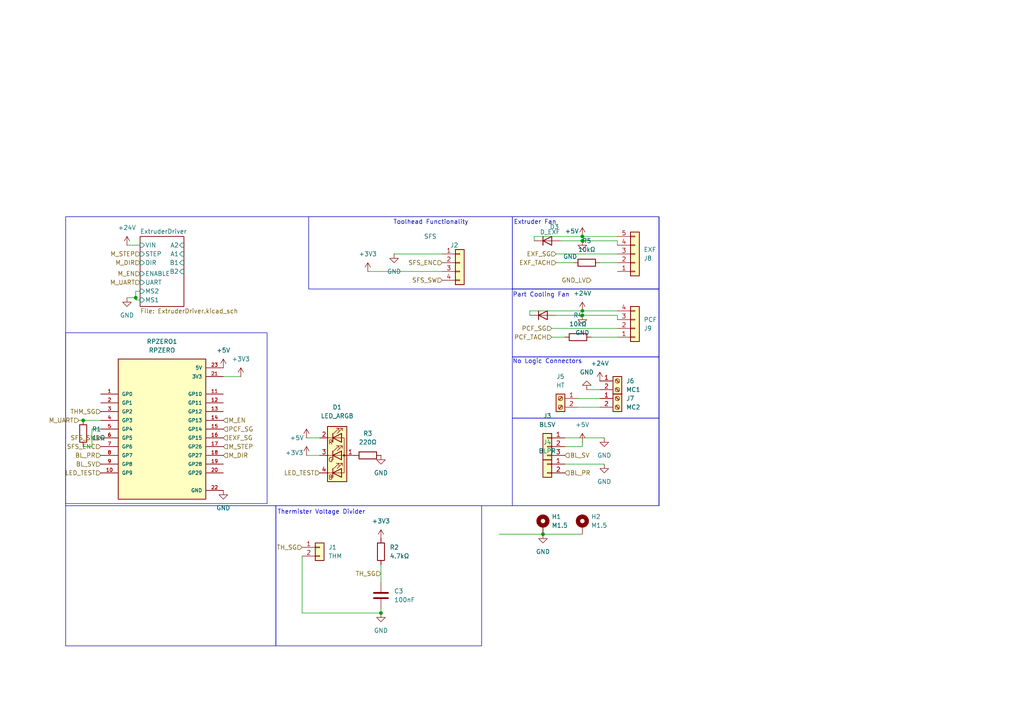
<source format=kicad_sch>
(kicad_sch (version 20250114) (generator "eeschema") (generator_version "9.0")
  (paper "A4")
  (lib_symbols
    (symbol "Connector:Screw_Terminal_01x02" (pin_names (offset 1.016) (hide yes))
      (property "Reference" "J" (at 0 2.54 0))
      (property "Value" "Screw_Terminal_01x02" (at 0 -5.08 0))
      (symbol "Screw_Terminal_01x02_1_1"
        (rectangle (start -1.27 1.27) (end 1.27 -3.81) (stroke (width 0.254)) (fill (type background)))
        (polyline (pts (xy -0.5334 0.3302) (xy 0.3302 -0.508)) (stroke (width 0.1524)))
        (polyline (pts (xy -0.5334 -2.2098) (xy 0.3302 -3.048)) (stroke (width 0.1524)))
        (polyline (pts (xy -0.3556 0.508) (xy 0.508 -0.3302)) (stroke (width 0.1524)))
        (polyline (pts (xy -0.3556 -2.032) (xy 0.508 -2.8702)) (stroke (width 0.1524)))
        (circle (center 0 0) (radius 0.635) (stroke (width 0.1524)))
        (circle (center 0 -2.54) (radius 0.635) (stroke (width 0.1524)))
        (pin passive line (at -5.08 0 0) (length 3.81) (name "Pin_1") (number "1"))
        (pin passive line (at -5.08 -2.54 0) (length 3.81) (name "Pin_2") (number "2"))
      )
    )
    (symbol "Connector_Generic:Conn_01x02" (pin_names (offset 1.016) (hide yes))
      (property "Reference" "J" (at 0 2.54 0))
      (property "Value" "Conn_01x02" (at 0 -5.08 0))
      (symbol "Conn_01x02_1_1"
        (rectangle (start -1.27 1.27) (end 1.27 -3.81) (stroke (width 0.254)) (fill (type background)))
        (rectangle (start -1.27 0.127) (end 0 -0.127) (stroke (width 0.1524)))
        (rectangle (start -1.27 -2.413) (end 0 -2.667) (stroke (width 0.1524)))
        (pin passive line (at -5.08 0 0) (length 3.81) (name "Pin_1") (number "1"))
        (pin passive line (at -5.08 -2.54 0) (length 3.81) (name "Pin_2") (number "2"))
      )
    )
    (symbol "Connector_Generic:Conn_01x03" (pin_names (offset 1.016) (hide yes))
      (property "Reference" "J" (at 0 5.08 0))
      (property "Value" "Conn_01x03" (at 0 -5.08 0))
      (symbol "Conn_01x03_1_1"
        (rectangle (start -1.27 3.81) (end 1.27 -3.81) (stroke (width 0.254)) (fill (type background)))
        (rectangle (start -1.27 2.667) (end 0 2.413) (stroke (width 0.1524)))
        (rectangle (start -1.27 0.127) (end 0 -0.127) (stroke (width 0.1524)))
        (rectangle (start -1.27 -2.413) (end 0 -2.667) (stroke (width 0.1524)))
        (pin passive line (at -5.08 2.54 0) (length 3.81) (name "Pin_1") (number "1"))
        (pin passive line (at -5.08 0 0) (length 3.81) (name "Pin_2") (number "2"))
        (pin passive line (at -5.08 -2.54 0) (length 3.81) (name "Pin_3") (number "3"))
      )
    )
    (symbol "Connector_Generic:Conn_01x04" (pin_names (offset 1.016) (hide yes))
      (property "Reference" "J" (at 0 5.08 0))
      (property "Value" "Conn_01x04" (at 0 -7.62 0))
      (symbol "Conn_01x04_1_1"
        (rectangle (start -1.27 3.81) (end 1.27 -6.35) (stroke (width 0.254)) (fill (type background)))
        (rectangle (start -1.27 2.667) (end 0 2.413) (stroke (width 0.1524)))
        (rectangle (start -1.27 0.127) (end 0 -0.127) (stroke (width 0.1524)))
        (rectangle (start -1.27 -2.413) (end 0 -2.667) (stroke (width 0.1524)))
        (rectangle (start -1.27 -4.953) (end 0 -5.207) (stroke (width 0.1524)))
        (pin passive line (at -5.08 2.54 0) (length 3.81) (name "Pin_1") (number "1"))
        (pin passive line (at -5.08 0 0) (length 3.81) (name "Pin_2") (number "2"))
        (pin passive line (at -5.08 -2.54 0) (length 3.81) (name "Pin_3") (number "3"))
        (pin passive line (at -5.08 -5.08 0) (length 3.81) (name "Pin_4") (number "4"))
      )
    )
    (symbol "Connector_Generic:Conn_01x05" (pin_names (offset 1.016) (hide yes))
      (property "Reference" "J" (at 0 7.62 0))
      (property "Value" "Conn_01x05" (at 0 -7.62 0))
      (symbol "Conn_01x05_1_1"
        (rectangle (start -1.27 6.35) (end 1.27 -6.35) (stroke (width 0.254)) (fill (type background)))
        (rectangle (start -1.27 5.207) (end 0 4.953) (stroke (width 0.1524)))
        (rectangle (start -1.27 2.667) (end 0 2.413) (stroke (width 0.1524)))
        (rectangle (start -1.27 0.127) (end 0 -0.127) (stroke (width 0.1524)))
        (rectangle (start -1.27 -2.413) (end 0 -2.667) (stroke (width 0.1524)))
        (rectangle (start -1.27 -4.953) (end 0 -5.207) (stroke (width 0.1524)))
        (pin passive line (at -5.08 5.08 0) (length 3.81) (name "Pin_1") (number "1"))
        (pin passive line (at -5.08 2.54 0) (length 3.81) (name "Pin_2") (number "2"))
        (pin passive line (at -5.08 0 0) (length 3.81) (name "Pin_3") (number "3"))
        (pin passive line (at -5.08 -2.54 0) (length 3.81) (name "Pin_4") (number "4"))
        (pin passive line (at -5.08 -5.08 0) (length 3.81) (name "Pin_5") (number "5"))
      )
    )
    (symbol "Device:C" (pin_numbers (hide yes)) (pin_names (offset 0.254))
      (property "Reference" "C" (at 0.635 2.54 0))
      (property "Value" "C" (at 0.635 -2.54 0))
      (symbol "C_0_1"
        (polyline (pts (xy -2.032 0.762) (xy 2.032 0.762)) (stroke (width 0.508)))
        (polyline (pts (xy -2.032 -0.762) (xy 2.032 -0.762)) (stroke (width 0.508)))
      )
      (symbol "C_1_1"
        (pin passive line (at 0 3.81 270) (length 2.794) (name "~") (number "1"))
        (pin passive line (at 0 -3.81 90) (length 2.794) (name "~") (number "2"))
      )
    )
    (symbol "Device:D" (pin_numbers (hide yes)) (pin_names (offset 1.016) (hide yes))
      (property "Reference" "D" (at 0 2.54 0))
      (property "Value" "D" (at 0 -2.54 0))
      (symbol "D_0_1"
        (polyline (pts (xy -1.27 1.27) (xy -1.27 -1.27)) (stroke (width 0.254)))
        (polyline (pts (xy 1.27 1.27) (xy 1.27 -1.27) (xy -1.27 0) (xy 1.27 1.27)) (stroke (width 0.254)))
        (polyline (pts (xy 1.27 0) (xy -1.27 0)))
      )
      (symbol "D_1_1"
        (pin passive line (at -3.81 0 0) (length 2.54) (name "K") (number "1"))
        (pin passive line (at 3.81 0 180) (length 2.54) (name "A") (number "2"))
      )
    )
    (symbol "Device:LED_ARGB" (pin_names (offset 0) (hide yes))
      (property "Reference" "D" (at 0 9.398 0))
      (property "Value" "LED_ARGB" (at 0 -8.89 0))
      (symbol "LED_ARGB_0_0"
        (text "R" (at -1.905 3.81 0) (effects (font (size 1.27 1.27))))
        (text "G" (at -1.905 -1.27 0) (effects (font (size 1.27 1.27))))
        (text "B" (at -1.905 -6.35 0) (effects (font (size 1.27 1.27))))
      )
      (symbol "LED_ARGB_0_1"
        (polyline (pts (xy -1.27 6.35) (xy -1.27 3.81)) (stroke (width 0.254)))
        (polyline (pts (xy -1.27 6.35) (xy -1.27 3.81) (xy -1.27 3.81)))
        (polyline (pts (xy -1.27 5.08) (xy -2.54 5.08)))
        (polyline (pts (xy -1.27 5.08) (xy 1.27 5.08)))
        (polyline (pts (xy -1.27 1.27) (xy -1.27 -1.27)) (stroke (width 0.254)))
        (polyline (pts (xy -1.27 1.27) (xy -1.27 -1.27) (xy -1.27 -1.27)))
        (polyline (pts (xy -1.27 0) (xy -2.54 0)))
        (polyline (pts (xy -1.27 -3.81) (xy -1.27 -6.35)) (stroke (width 0.254)))
        (polyline (pts (xy -1.27 -5.08) (xy -2.54 -5.08)))
        (polyline (pts (xy -1.27 -5.08) (xy 1.27 -5.08)))
        (polyline (pts (xy -1.016 6.35) (xy 0.508 7.874) (xy -0.254 7.874) (xy 0.508 7.874) (xy 0.508 7.112)))
        (polyline (pts (xy -1.016 1.27) (xy 0.508 2.794) (xy -0.254 2.794) (xy 0.508 2.794) (xy 0.508 2.032)))
        (polyline (pts (xy -1.016 -3.81) (xy 0.508 -2.286) (xy -0.254 -2.286) (xy 0.508 -2.286) (xy 0.508 -3.048)))
        (polyline (pts (xy 0 6.35) (xy 1.524 7.874) (xy 0.762 7.874) (xy 1.524 7.874) (xy 1.524 7.112)))
        (polyline (pts (xy 0 1.27) (xy 1.524 2.794) (xy 0.762 2.794) (xy 1.524 2.794) (xy 1.524 2.032)))
        (polyline (pts (xy 0 -3.81) (xy 1.524 -2.286) (xy 0.762 -2.286) (xy 1.524 -2.286) (xy 1.524 -3.048)))
        (polyline (pts (xy 1.27 6.35) (xy 1.27 3.81) (xy -1.27 5.08) (xy 1.27 6.35)) (stroke (width 0.254)))
        (rectangle (start 1.27 6.35) (end 1.27 6.35))
        (rectangle (start 1.27 3.81) (end 1.27 6.35))
        (polyline (pts (xy 1.27 1.27) (xy 1.27 -1.27) (xy -1.27 0) (xy 1.27 1.27)) (stroke (width 0.254)))
        (rectangle (start 1.27 1.27) (end 1.27 1.27))
        (polyline (pts (xy 1.27 0) (xy -1.27 0)))
        (polyline (pts (xy 1.27 0) (xy 2.54 0)))
        (rectangle (start 1.27 -1.27) (end 1.27 1.27))
        (polyline (pts (xy 1.27 -3.81) (xy 1.27 -6.35) (xy -1.27 -5.08) (xy 1.27 -3.81)) (stroke (width 0.254)))
        (polyline (pts (xy 1.27 -5.08) (xy 2.032 -5.08) (xy 2.032 5.08) (xy 1.27 5.08)))
        (circle (center 2.032 0) (radius 0.254) (fill (type outline)))
        (rectangle (start 2.794 8.382) (end -2.794 -7.62) (stroke (width 0.254)) (fill (type background)))
      )
      (symbol "LED_ARGB_1_1"
        (pin passive line (at -5.08 5.08 0) (length 2.54) (name "RK") (number "2"))
        (pin passive line (at -5.08 0 0) (length 2.54) (name "GK") (number "3"))
        (pin passive line (at -5.08 -5.08 0) (length 2.54) (name "BK") (number "4"))
        (pin passive line (at 5.08 0 180) (length 2.54) (name "A") (number "1"))
      )
    )
    (symbol "Device:R" (pin_numbers (hide yes)) (pin_names (offset 0))
      (property "Reference" "R" (at 2.032 0 90))
      (property "Value" "R" (at 0 0 90))
      (symbol "R_0_1"
        (rectangle (start -1.016 -2.54) (end 1.016 2.54) (stroke (width 0.254)))
      )
      (symbol "R_1_1"
        (pin passive line (at 0 3.81 270) (length 1.27) (name "~") (number "1"))
        (pin passive line (at 0 -3.81 90) (length 1.27) (name "~") (number "2"))
      )
    )
    (symbol "Mechanical:MountingHole_Pad" (pin_numbers (hide yes)) (pin_names (offset 1.016) (hide yes)) (exclude_from_sim yes) (in_bom no)
      (property "Reference" "H" (at 0 6.35 0))
      (property "Value" "MountingHole_Pad" (at 0 4.445 0))
      (symbol "MountingHole_Pad_0_1"
        (circle (center 0 1.27) (radius 1.27) (stroke (width 1.27)))
      )
      (symbol "MountingHole_Pad_1_1"
        (pin input line (at 0 -2.54 90) (length 2.54) (name "1") (number "1"))
      )
    )
    (symbol "RP2040-ZERO:RP2040-ZERO" (pin_names (offset 1.016))
      (property "Reference" "U" (at -12.7 21.082 0))
      (property "Value" "RP2040-ZERO" (at -12.7 -22.86 0))
      (symbol "RP2040-ZERO_0_0"
        (rectangle (start -12.7 -20.32) (end 12.7 20.32) (stroke (width 0.254)) (fill (type background)))
        (pin bidirectional line (at -17.78 10.16 0) (length 5.08) (name "GP0") (number "1"))
        (pin bidirectional line (at -17.78 7.62 0) (length 5.08) (name "GP1") (number "2"))
        (pin bidirectional line (at -17.78 5.08 0) (length 5.08) (name "GP2") (number "3"))
        (pin bidirectional line (at -17.78 2.54 0) (length 5.08) (name "GP3") (number "4"))
        (pin bidirectional line (at -17.78 0 0) (length 5.08) (name "GP4") (number "5"))
        (pin bidirectional line (at -17.78 -2.54 0) (length 5.08) (name "GP5") (number "6"))
        (pin bidirectional line (at -17.78 -5.08 0) (length 5.08) (name "GP6") (number "7"))
        (pin bidirectional line (at -17.78 -7.62 0) (length 5.08) (name "GP7") (number "8"))
        (pin bidirectional line (at -17.78 -10.16 0) (length 5.08) (name "GP8") (number "9"))
        (pin bidirectional line (at -17.78 -12.7 0) (length 5.08) (name "GP9") (number "10"))
        (pin power_in line (at 17.78 17.78 180) (length 5.08) (name "5V") (number "23"))
        (pin power_in line (at 17.78 15.24 180) (length 5.08) (name "3V3") (number "21"))
        (pin bidirectional line (at 17.78 10.16 180) (length 5.08) (name "GP10") (number "11"))
        (pin bidirectional line (at 17.78 7.62 180) (length 5.08) (name "GP11") (number "12"))
        (pin bidirectional line (at 17.78 5.08 180) (length 5.08) (name "GP12") (number "13"))
        (pin bidirectional line (at 17.78 2.54 180) (length 5.08) (name "GP13") (number "14"))
        (pin bidirectional line (at 17.78 0 180) (length 5.08) (name "GP14") (number "15"))
        (pin bidirectional line (at 17.78 -2.54 180) (length 5.08) (name "GP15") (number "16"))
        (pin bidirectional line (at 17.78 -5.08 180) (length 5.08) (name "GP26") (number "17"))
        (pin bidirectional line (at 17.78 -7.62 180) (length 5.08) (name "GP27") (number "18"))
        (pin bidirectional line (at 17.78 -10.16 180) (length 5.08) (name "GP28") (number "19"))
        (pin bidirectional line (at 17.78 -12.7 180) (length 5.08) (name "GP29") (number "20"))
        (pin power_in line (at 17.78 -17.78 180) (length 5.08) (name "GND") (number "22"))
      )
    )
    (symbol "power:+24V" (power) (pin_numbers (hide yes)) (pin_names (offset 0) (hide yes))
      (property "Value" "+24V" (at 0 3.556 0))
      (symbol "+24V_0_1"
        (polyline (pts (xy -0.762 1.27) (xy 0 2.54)))
        (polyline (pts (xy 0 2.54) (xy 0.762 1.27)))
        (polyline (pts (xy 0 0) (xy 0 2.54)))
      )
      (symbol "+24V_1_1"
        (pin power_in line (at 0 0 90) (length 0) (name "~") (number "1"))
      )
    )
    (symbol "power:+3V3" (power) (pin_numbers (hide yes)) (pin_names (offset 0) (hide yes))
      (property "Value" "+3V3" (at 0 3.556 0))
      (symbol "+3V3_0_1"
        (polyline (pts (xy -0.762 1.27) (xy 0 2.54)))
        (polyline (pts (xy 0 2.54) (xy 0.762 1.27)))
        (polyline (pts (xy 0 0) (xy 0 2.54)))
      )
      (symbol "+3V3_1_1"
        (pin power_in line (at 0 0 90) (length 0) (name "~") (number "1"))
      )
    )
    (symbol "power:+5V" (power) (pin_numbers (hide yes)) (pin_names (offset 0) (hide yes))
      (property "Value" "+5V" (at 0 3.556 0))
      (symbol "+5V_0_1"
        (polyline (pts (xy -0.762 1.27) (xy 0 2.54)))
        (polyline (pts (xy 0 2.54) (xy 0.762 1.27)))
        (polyline (pts (xy 0 0) (xy 0 2.54)))
      )
      (symbol "+5V_1_1"
        (pin power_in line (at 0 0 90) (length 0) (name "~") (number "1"))
      )
    )
    (symbol "power:GND" (power) (pin_numbers (hide yes)) (pin_names (offset 0) (hide yes))
      (property "Value" "GND" (at 0 -3.81 0))
      (symbol "GND_0_1"
        (polyline (pts (xy 0 0) (xy 0 -1.27) (xy 1.27 -1.27) (xy 0 -2.54) (xy -1.27 -1.27) (xy 0 -1.27)))
      )
      (symbol "GND_1_1"
        (pin power_in line (at 0 0 270) (length 0) (name "~") (number "1"))
      )
    )
  )
  (rectangle (start 19.05 146.685) (end 80.01 187.325))
  (rectangle (start 148.59 103.505) (end 191.135 121.285))
  (rectangle (start 89.535 62.865) (end 148.59 83.82))
  (rectangle (start 19.05 96.52) (end 77.47 146.05))
  (rectangle (start 148.59 62.865) (end 191.135 83.82))
  (rectangle (start 80.01 146.685) (end 139.7 187.325))
  (rectangle (start 19.05 62.865) (end 191.135 146.685))
  (rectangle (start 148.59 121.285) (end 191.135 146.685))
  (rectangle (start 148.59 83.82) (end 191.135 103.505))
  (text "No Logic Connectors" (at 158.75 104.902 0) (effects (font (size 1.27 1.27))))
  (text "Thermister Voltage Divider" (at 93.218 148.59 0) (effects (font (size 1.27 1.27))))
  (text "Part Cooling Fan" (at 156.972 85.598 0) (effects (font (size 1.27 1.27))))
  (text "Extruder Fan\n" (at 155.194 64.516 0) (effects (font (size 1.27 1.27))))
  (text "Toolhead Functionality\n" (at 124.968 64.516 0) (effects (font (size 1.27 1.27))))
  (junction (at 168.91 91.44))
  (junction (at 168.91 90.17))
  (junction (at 39.37 86.36))
  (junction (at 157.48 154.94))
  (junction (at 24.13 121.92))
  (junction (at 168.91 69.85))
  (junction (at 110.49 177.8))
  (junction (at 168.91 68.58))
  (wire (pts (xy 144.78 154.94) (xy 157.48 154.94)))
  (wire (pts (xy 168.91 91.44) (xy 179.07 91.44)))
  (wire (pts (xy 114.3 73.66) (xy 128.27 73.66)))
  (wire (pts (xy 170.18 113.03) (xy 173.99 113.03)))
  (wire (pts (xy 39.37 86.995) (xy 40.64 86.995)))
  (wire (pts (xy 179.07 91.44) (xy 179.07 92.71)))
  (wire (pts (xy 175.26 127) (xy 163.83 127)))
  (wire (pts (xy 162.56 69.85) (xy 168.91 69.85)))
  (wire (pts (xy 24.13 129.54) (xy 26.67 129.54)))
  (wire (pts (xy 153.67 90.17) (xy 153.67 91.44)))
  (wire (pts (xy 39.37 86.36) (xy 39.37 86.995)))
  (wire (pts (xy 171.45 97.79) (xy 179.07 97.79)))
  (wire (pts (xy 39.37 84.455) (xy 40.64 84.455)))
  (wire (pts (xy 88.9 127) (xy 92.71 127)))
  (wire (pts (xy 160.02 97.79) (xy 163.83 97.79)))
  (wire (pts (xy 69.85 109.22) (xy 64.77 109.22)))
  (wire (pts (xy 168.91 68.58) (xy 179.07 68.58)))
  (wire (pts (xy 175.26 134.62) (xy 163.83 134.62)))
  (wire (pts (xy 168.91 90.17) (xy 153.67 90.17)))
  (wire (pts (xy 87.63 177.8) (xy 110.49 177.8)))
  (wire (pts (xy 36.83 71.12) (xy 40.64 71.12)))
  (wire (pts (xy 173.99 76.2) (xy 179.07 76.2)))
  (wire (pts (xy 157.48 154.94) (xy 168.91 154.94)))
  (wire (pts (xy 161.29 73.66) (xy 179.07 73.66)))
  (wire (pts (xy 168.91 69.85) (xy 179.07 69.85)))
  (wire (pts (xy 179.07 69.85) (xy 179.07 71.12)))
  (wire (pts (xy 36.83 86.36) (xy 39.37 86.36)))
  (wire (pts (xy 24.13 121.92) (xy 29.21 121.92)))
  (wire (pts (xy 168.91 68.58) (xy 154.94 68.58)))
  (wire (pts (xy 39.37 84.455) (xy 39.37 86.36)))
  (wire (pts (xy 167.64 115.57) (xy 173.99 115.57)))
  (wire (pts (xy 26.67 124.46) (xy 29.21 124.46)))
  (wire (pts (xy 161.29 76.2) (xy 166.37 76.2)))
  (wire (pts (xy 154.94 68.58) (xy 154.94 69.85)))
  (wire (pts (xy 88.9 132.08) (xy 92.71 132.08)))
  (wire (pts (xy 161.29 91.44) (xy 168.91 91.44)))
  (wire (pts (xy 24.13 121.92) (xy 22.86 121.92)))
  (wire (pts (xy 106.68 78.74) (xy 128.27 78.74)))
  (wire (pts (xy 160.02 95.25) (xy 179.07 95.25)))
  (wire (pts (xy 168.91 90.17) (xy 179.07 90.17)))
  (wire (pts (xy 167.64 118.11) (xy 173.99 118.11)))
  (wire (pts (xy 26.67 129.54) (xy 26.67 124.46)))
  (wire (pts (xy 87.63 161.29) (xy 87.63 177.8)))
  (wire (pts (xy 168.91 128.27) (xy 168.91 129.54)))
  (wire (pts (xy 168.91 129.54) (xy 163.83 129.54)))
  (wire (pts (xy 110.49 176.53) (xy 110.49 177.8)))
  (wire (pts (xy 110.49 163.83) (xy 110.49 168.91)))
  (hierarchical_label "M_DIR" (shape input) (at 64.77 132.08 0))
  (hierarchical_label "EXF_SG" (shape input) (at 161.29 73.66 180))
  (hierarchical_label "M_DIR" (shape input) (at 40.64 76.2 180))
  (hierarchical_label "EXF_SG" (shape input) (at 64.77 127 0))
  (hierarchical_label "LED_TEST" (shape input) (at 29.21 137.16 180))
  (hierarchical_label "EXF_TACH" (shape input) (at 161.29 76.2 180))
  (hierarchical_label "M_UART" (shape input) (at 22.86 121.92 180))
  (hierarchical_label "PCF_TACH" (shape input) (at 160.02 97.79 180))
  (hierarchical_label "M_EN" (shape input) (at 40.64 79.375 180))
  (hierarchical_label "M_STEP" (shape input) (at 64.77 129.54 0))
  (hierarchical_label "BL_PR" (shape input) (at 29.21 132.08 180))
  (hierarchical_label "TH_SG" (shape input) (at 87.63 158.75 180))
  (hierarchical_label "TH_SG" (shape input) (at 110.49 166.37 180))
  (hierarchical_label "M_EN" (shape input) (at 64.77 121.92 0))
  (hierarchical_label "SFS_ENC" (shape input) (at 128.27 76.2 180))
  (hierarchical_label "SFS_SW" (shape input) (at 128.27 81.28 180))
  (hierarchical_label "M_STEP" (shape input) (at 40.64 73.66 180))
  (hierarchical_label "SFS_ENC" (shape input) (at 29.21 129.54 180))
  (hierarchical_label "BL_SV" (shape input) (at 163.83 132.08 0))
  (hierarchical_label "THM_SG" (shape input) (at 29.21 119.38 180))
  (hierarchical_label "M_UART" (shape input) (at 40.64 81.915 180))
  (hierarchical_label "SFS_SW" (shape input) (at 29.21 127 180))
  (hierarchical_label "PCF_SG" (shape input) (at 64.77 124.46 0))
  (hierarchical_label "LED_TEST" (shape input) (at 92.71 137.16 180))
  (hierarchical_label "PCF_SG" (shape input) (at 160.02 95.25 180))
  (hierarchical_label "BL_PR" (shape input) (at 163.83 137.16 0))
  (hierarchical_label "BL_SV" (shape input) (at 29.21 134.62 180))
  (hierarchical_label "GND_LV" (shape input) (at 171.45 81.28 180))
  (symbol (lib_id "Device:R") (at 24.13 125.73 0) (unit 1)
    (property "Reference" "R1" (at 26.67 124.4599 0) (effects (justify left)))
    (property "Value" "1kΩ" (at 26.67 126.9999 0) (effects (justify left)))
    (property "Footprint" "Resistor_THT:R_Axial_DIN0207_L6.3mm_D2.5mm_P10.16mm_Horizontal" (effects (hide yes)))
    (property "Description" "Resistor" (effects (hide yes)))
  )
  (symbol (lib_id "Connector_Generic:Conn_01x04") (at 184.15 95.25 0) (mirror x) (unit 1)
    (property "Reference" "J9" (at 186.69 95.2501 0) (effects (justify left)))
    (property "Value" "PCF" (at 186.69 92.7101 0) (effects (justify left)))
    (property "Footprint" "Connector_JST:JST_XH_B4B-XH-A_1x04_P2.50mm_Vertical" (effects (hide yes)))
    (property "Description" "Generic connector, single row, 01x04, script generated (kicad-library-utils/schlib/autogen/connector/)" (effects (hide yes)))
  )
  (symbol (lib_id "Device:D") (at 158.75 69.85 0) (unit 1)
    (property "Reference" "D3" (at 160.782 65.786 0))
    (property "Value" "D_EXF" (at 159.512 67.31 0))
    (property "Footprint" "OpenA1K:Diode" (effects (hide yes)))
    (property "Description" "Diode" (effects (hide yes)))
    (property "Sim.Device" "D" (effects (hide yes)))
    (property "Sim.Pins" "1=K 2=A" (effects (hide yes)))
  )
  (symbol (lib_id "power:GND") (at 168.91 91.44 0) (unit 1)
    (property "Reference" "#PWR017" (effects (hide yes)))
    (property "Value" "GND" (at 168.91 96.52 0))
    (property "Description" "Power symbol creates a global label with name \"GND\" , ground" (effects (hide yes)))
  )
  (symbol (lib_id "power:+24V") (at 173.99 110.49 0) (unit 1)
    (property "Reference" "#PWR020" (effects (hide yes)))
    (property "Value" "+24V" (at 173.99 105.41 0))
    (property "Description" "Power symbol creates a global label with name \"+24V\"" (effects (hide yes)))
  )
  (symbol (lib_id "Device:R") (at 110.49 160.02 0) (unit 1)
    (property "Reference" "R2" (at 113.03 158.7499 0) (effects (justify left)))
    (property "Value" "4.7kΩ" (at 113.03 161.2899 0) (effects (justify left)))
    (property "Footprint" "Resistor_THT:R_Axial_DIN0207_L6.3mm_D2.5mm_P10.16mm_Horizontal" (effects (hide yes)))
    (property "Description" "Resistor" (effects (hide yes)))
  )
  (symbol (lib_id "power:+24V") (at 168.91 90.17 0) (unit 1)
    (property "Reference" "#PWR016" (effects (hide yes)))
    (property "Value" "+24V" (at 168.91 85.09 0))
    (property "Description" "Power symbol creates a global label with name \"+24V\"" (effects (hide yes)))
  )
  (symbol (lib_id "Connector:Screw_Terminal_01x02") (at 162.56 115.57 0) (mirror y) (unit 1)
    (property "Reference" "J5" (at 162.56 109.22 0))
    (property "Value" "HT" (at 162.56 111.76 0))
    (property "Footprint" "OpenA1K:ScrewTerminal 7mm x 7mm" (effects (hide yes)))
    (property "Description" "Generic screw terminal, single row, 01x02, script generated (kicad-library-utils/schlib/autogen/connector/)" (effects (hide yes)))
  )
  (symbol (lib_id "power:+5V") (at 64.77 106.68 0) (unit 1)
    (property "Reference" "#PWR01" (effects (hide yes)))
    (property "Value" "+5V" (at 64.77 101.6 0))
    (property "Description" "Power symbol creates a global label with name \"+5V\"" (effects (hide yes)))
  )
  (symbol (lib_id "Connector:Screw_Terminal_01x02") (at 179.07 110.49 0) (unit 1)
    (property "Reference" "J6" (at 181.61 110.4899 0) (effects (justify left)))
    (property "Value" "MC1" (at 181.61 113.0299 0) (effects (justify left)))
    (property "Footprint" "OpenA1K:ScrewTerminal 7mm x 7mm" (effects (hide yes)))
    (property "Description" "Generic screw terminal, single row, 01x02, script generated (kicad-library-utils/schlib/autogen/connector/)" (effects (hide yes)))
  )
  (symbol (lib_id "Connector_Generic:Conn_01x04") (at 133.35 76.2 0) (unit 1)
    (property "Reference" "J2" (at 130.556 71.12 0) (effects (justify left)))
    (property "Value" "SFS" (at 122.936 68.58 0) (effects (justify left)))
    (property "Footprint" "Connector_JST:JST_XH_B4B-XH-A_1x04_P2.50mm_Vertical" (effects (hide yes)))
    (property "Description" "Generic connector, single row, 01x04, script generated (kicad-library-utils/schlib/autogen/connector/)" (effects (hide yes)))
  )
  (symbol (lib_id "Device:LED_ARGB") (at 97.79 132.08 0) (unit 1)
    (property "Reference" "D1" (at 97.79 118.11 0))
    (property "Value" "LED_ARGB" (at 97.79 120.65 0))
    (property "Footprint" "LED_THT:LED_D5.0mm-4_RGB" (effects (hide yes)))
    (property "Description" "RGB LED, anode/red/green/blue" (effects (hide yes)))
  )
  (symbol (lib_id "RP2040-ZERO:RP2040-ZERO") (at 46.99 124.46 0) (unit 1)
    (property "Reference" "RPZERO1" (at 46.99 99.06 0))
    (property "Value" "RPZERO" (at 46.99 101.6 0))
    (property "Footprint" "Libraries:RP2040-ZERO" (effects (hide yes)))
    (property "MF" "Waveshare Electronics" (effects (hide yes)))
    (property "MAXIMUM_PACKAGE_HEIGHT" "5.35mm" (effects (hide yes)))
    (property "Package" "Package" (effects (hide yes)))
    (property "Price" "None" (effects (hide yes)))
    (property "Check_prices" "https://www.snapeda.com/parts/RP2040-ZERO/Waveshare+Electronics/view-part/?ref=eda" (effects (hide yes)))
    (property "STANDARD" "Manufacturer Recommendations" (effects (hide yes)))
    (property "PARTREV" "NA" (effects (hide yes)))
    (property "SnapEDA_Link" "https://www.snapeda.com/parts/RP2040-ZERO/Waveshare+Electronics/view-part/?ref=snap" (effects (hide yes)))
    (property "MP" "RP2040-ZERO" (effects (hide yes)))
    (property "Description_1" "Low-Cost, High-Performance Pico-Like MCU Board Based On Raspberry Pi Microcontroller RP2040" (effects (hide yes)))
    (property "Availability" "Not in stock" (effects (hide yes)))
    (property "MANUFACTURER" "Waveshare" (effects (hide yes)))
  )
  (symbol (lib_id "Connector_Generic:Conn_01x05") (at 184.15 73.66 0) (mirror x) (unit 1)
    (property "Reference" "J8" (at 186.69 74.9301 0) (effects (justify left)))
    (property "Value" "EXF" (at 186.69 72.3901 0) (effects (justify left)))
    (property "Footprint" "Connector_JST:JST_XH_B5B-XH-AM_1x05_P2.50mm_Vertical" (effects (hide yes)))
    (property "Description" "Generic connector, single row, 01x05, script generated (kicad-library-utils/schlib/autogen/connector/)" (effects (hide yes)))
  )
  (symbol (lib_id "power:+5V") (at 168.91 128.27 0) (unit 1)
    (property "Reference" "#PWR018" (effects (hide yes)))
    (property "Value" "+5V" (at 168.91 123.19 0))
    (property "Description" "Power symbol creates a global label with name \"+5V\"" (effects (hide yes)))
  )
  (symbol (lib_id "power:+24V") (at 36.83 71.12 0) (unit 1)
    (property "Reference" "#PWR03" (effects (hide yes)))
    (property "Value" "+24V" (at 36.83 66.04 0))
    (property "Description" "Power symbol creates a global label with name \"+24V\"" (effects (hide yes)))
  )
  (symbol (lib_id "Device:R") (at 170.18 76.2 270) (unit 1)
    (property "Reference" "R5" (at 170.18 69.85 90))
    (property "Value" "10kΩ" (at 170.18 72.39 90))
    (property "Footprint" "Resistor_THT:R_Axial_DIN0207_L6.3mm_D2.5mm_P10.16mm_Horizontal" (effects (hide yes)))
    (property "Description" "Resistor" (effects (hide yes)))
  )
  (symbol (lib_id "power:+3V3") (at 106.68 78.74 0) (unit 1)
    (property "Reference" "#PWR07" (effects (hide yes)))
    (property "Value" "+3V3" (at 106.68 73.66 0))
    (property "Description" "Power symbol creates a global label with name \"+3V3\"" (effects (hide yes)))
  )
  (symbol (lib_id "Device:R") (at 106.68 132.08 90) (unit 1)
    (property "Reference" "R3" (at 106.68 125.73 90))
    (property "Value" "220Ω" (at 106.68 128.27 90))
    (property "Footprint" "Resistor_THT:R_Axial_DIN0207_L6.3mm_D2.5mm_P10.16mm_Horizontal" (effects (hide yes)))
    (property "Description" "Resistor" (effects (hide yes)))
  )
  (symbol (lib_id "Device:C") (at 110.49 172.72 0) (unit 1)
    (property "Reference" "C3" (at 114.3 171.4499 0) (effects (justify left)))
    (property "Value" "100nF" (at 114.3 173.9899 0) (effects (justify left)))
    (property "Description" "Unpolarized capacitor" (effects (hide yes)))
  )
  (symbol (lib_id "Connector:Screw_Terminal_01x02") (at 179.07 115.57 0) (unit 1)
    (property "Reference" "J7" (at 181.61 115.5699 0) (effects (justify left)))
    (property "Value" "MC2" (at 181.61 118.1099 0) (effects (justify left)))
    (property "Footprint" "OpenA1K:ScrewTerminal 7mm x 7mm" (effects (hide yes)))
    (property "Description" "Generic screw terminal, single row, 01x02, script generated (kicad-library-utils/schlib/autogen/connector/)" (effects (hide yes)))
  )
  (symbol (lib_id "Connector_Generic:Conn_01x03") (at 158.75 129.54 0) (mirror y) (unit 1)
    (property "Reference" "J3" (at 158.75 120.65 0))
    (property "Value" "BLSV" (at 158.75 123.19 0))
    (property "Footprint" "Connector_PinHeader_2.54mm:PinHeader_1x03_P2.54mm_Vertical" (effects (hide yes)))
    (property "Description" "Generic connector, single row, 01x03, script generated (kicad-library-utils/schlib/autogen/connector/)" (effects (hide yes)))
  )
  (symbol (lib_id "Mechanical:MountingHole_Pad") (at 157.48 152.4 0) (unit 1) (exclude_from_sim yes) (in_bom no)
    (property "Reference" "H1" (at 160.02 149.8599 0) (effects (justify left)))
    (property "Value" "M1.5" (at 160.02 152.3999 0) (effects (justify left)))
    (property "Footprint" "OpenA1K:Mountinghole_m1.5" (effects (hide yes)))
    (property "Description" "Mounting Hole with connection" (effects (hide yes)))
  )
  (symbol (lib_id "power:+5V") (at 168.91 68.58 0) (unit 1)
    (property "Reference" "#PWR014" (effects (hide yes)))
    (property "Value" "+5V" (at 165.862 67.056 0))
    (property "Description" "Power symbol creates a global label with name \"+5V\"" (effects (hide yes)))
  )
  (symbol (lib_id "Connector_Generic:Conn_01x02") (at 92.71 158.75 0) (unit 1)
    (property "Reference" "J1" (at 95.25 158.7499 0) (effects (justify left)))
    (property "Value" "THM" (at 95.25 161.2899 0) (effects (justify left)))
    (property "Footprint" "Connector_JST:JST_XH_B2B-XH-AM_1x02_P2.50mm_Vertical" (effects (hide yes)))
    (property "Description" "Generic connector, single row, 01x02, script generated (kicad-library-utils/schlib/autogen/connector/)" (effects (hide yes)))
  )
  (symbol (lib_id "power:GND") (at 170.18 113.03 180) (unit 1)
    (property "Reference" "#PWR019" (effects (hide yes)))
    (property "Value" "GND" (at 170.18 107.95 0))
    (property "Description" "Power symbol creates a global label with name \"GND\" , ground" (effects (hide yes)))
  )
  (symbol (lib_id "power:+3V3") (at 88.9 132.08 0) (unit 1)
    (property "Reference" "#PWR06" (effects (hide yes)))
    (property "Value" "+3V3" (at 85.344 131.318 0))
    (property "Description" "Power symbol creates a global label with name \"+3V3\"" (effects (hide yes)))
  )
  (symbol (lib_id "power:GND") (at 175.26 127 0) (unit 1)
    (property "Reference" "#PWR021" (effects (hide yes)))
    (property "Value" "GND" (at 175.26 132.08 0))
    (property "Description" "Power symbol creates a global label with name \"GND\" , ground" (effects (hide yes)))
  )
  (symbol (lib_id "Connector_Generic:Conn_01x02") (at 158.75 134.62 0) (mirror y) (unit 1)
    (property "Reference" "J4" (at 158.75 128.27 0))
    (property "Value" "BLPR" (at 158.75 130.81 0))
    (property "Footprint" "Connector_PinHeader_2.54mm:PinHeader_1x02_P2.54mm_Vertical" (effects (hide yes)))
    (property "Description" "Generic connector, single row, 01x02, script generated (kicad-library-utils/schlib/autogen/connector/)" (effects (hide yes)))
  )
  (symbol (lib_id "power:GND") (at 175.26 134.62 0) (unit 1)
    (property "Reference" "#PWR022" (effects (hide yes)))
    (property "Value" "GND" (at 175.26 139.7 0))
    (property "Description" "Power symbol creates a global label with name \"GND\" , ground" (effects (hide yes)))
  )
  (symbol (lib_id "Device:D") (at 157.48 91.44 0) (unit 1)
    (property "Reference" "D2" (effects (hide yes)))
    (property "Value" "D_PCF" (effects (hide yes)))
    (property "Footprint" "OpenA1K:Diode" (effects (hide yes)))
    (property "Description" "Diode" (effects (hide yes)))
    (property "Sim.Device" "D" (effects (hide yes)))
    (property "Sim.Pins" "1=K 2=A" (effects (hide yes)))
  )
  (symbol (lib_id "Mechanical:MountingHole_Pad") (at 168.91 152.4 0) (unit 1) (exclude_from_sim yes) (in_bom no)
    (property "Reference" "H2" (at 171.45 149.8599 0) (effects (justify left)))
    (property "Value" "M1.5" (at 171.45 152.3999 0) (effects (justify left)))
    (property "Footprint" "OpenA1K:Mountinghole_m1.5" (effects (hide yes)))
    (property "Description" "Mounting Hole with connection" (effects (hide yes)))
  )
  (symbol (lib_id "power:GND") (at 157.48 154.94 0) (unit 1)
    (property "Reference" "#PWR013" (effects (hide yes)))
    (property "Value" "GND" (at 157.48 160.02 0))
    (property "Description" "Power symbol creates a global label with name \"GND\" , ground" (effects (hide yes)))
  )
  (symbol (lib_id "power:GND") (at 110.49 177.8 0) (unit 1)
    (property "Reference" "#PWR02" (effects (hide yes)))
    (property "Value" "GND" (at 110.49 182.88 0))
    (property "Description" "Power symbol creates a global label with name \"GND\" , ground" (effects (hide yes)))
  )
  (symbol (lib_id "power:GND") (at 168.91 69.85 0) (unit 1)
    (property "Reference" "#PWR015" (effects (hide yes)))
    (property "Value" "GND" (at 165.354 74.422 0))
    (property "Description" "Power symbol creates a global label with name \"GND\" , ground" (effects (hide yes)))
  )
  (symbol (lib_id "Device:R") (at 167.64 97.79 270) (unit 1)
    (property "Reference" "R4" (at 167.64 91.44 90))
    (property "Value" "10kΩ" (at 167.64 93.98 90))
    (property "Footprint" "Resistor_THT:R_Axial_DIN0207_L6.3mm_D2.5mm_P10.16mm_Horizontal" (effects (hide yes)))
    (property "Description" "Resistor" (effects (hide yes)))
  )
  (symbol (lib_id "power:GND") (at 110.49 132.08 0) (unit 1)
    (property "Reference" "#PWR012" (effects (hide yes)))
    (property "Value" "GND" (at 110.49 137.16 0))
    (property "Description" "Power symbol creates a global label with name \"GND\" , ground" (effects (hide yes)))
  )
  (symbol (lib_id "power:GND") (at 64.77 142.24 0) (unit 1)
    (property "Reference" "#PWR08" (effects (hide yes)))
    (property "Value" "GND" (at 64.77 147.32 0))
    (property "Description" "Power symbol creates a global label with name \"GND\" , ground" (effects (hide yes)))
  )
  (symbol (lib_id "power:GND") (at 114.3 73.66 0) (unit 1)
    (property "Reference" "#PWR011" (effects (hide yes)))
    (property "Value" "GND" (at 114.3 78.74 0))
    (property "Description" "Power symbol creates a global label with name \"GND\" , ground" (effects (hide yes)))
  )
  (symbol (lib_id "power:+3V3") (at 110.49 156.21 0) (unit 1)
    (property "Reference" "#PWR05" (effects (hide yes)))
    (property "Value" "+3V3" (at 110.49 151.13 0))
    (property "Description" "Power symbol creates a global label with name \"+3V3\"" (effects (hide yes)))
  )
  (symbol (lib_id "power:+3V3") (at 69.85 109.22 0) (unit 1)
    (property "Reference" "#PWR09" (effects (hide yes)))
    (property "Value" "+3V3" (at 69.85 104.14 0))
    (property "Description" "Power symbol creates a global label with name \"+3V3\"" (effects (hide yes)))
  )
  (symbol (lib_id "power:GND") (at 36.83 86.36 0) (unit 1)
    (property "Reference" "#PWR04" (effects (hide yes)))
    (property "Value" "GND" (at 36.83 91.44 0))
    (property "Description" "Power symbol creates a global label with name \"GND\" , ground" (effects (hide yes)))
  )
  (symbol (lib_id "power:+5V") (at 88.9 127 0) (unit 1)
    (property "Reference" "#PWR010" (effects (hide yes)))
    (property "Value" "+5V" (at 86.106 127 0))
    (property "Description" "Power symbol creates a global label with name \"+5V\"" (effects (hide yes)))
  )
  (sheet (at 40.64 68.58) (size 12.7 20.32) (stroke (width 0.1524))
    (property "Sheetname" "ExtruderDriver" (at 40.64 67.8684 0) (effects (justify left bottom)))
    (property "Sheetfile" "ExtruderDriver.kicad_sch" (at 40.64 89.4846 0) (effects (justify left top)))
    (pin "B2" input (at 53.34 78.74 0))
    (pin "B1" input (at 53.34 76.2 0))
    (pin "STEP" input (at 40.64 73.66 180))
    (pin "MS1" input (at 40.64 86.995 180))
    (pin "A2" input (at 53.34 71.12 0))
    (pin "VIN" input (at 40.64 71.12 180))
    (pin "MS2" input (at 40.64 84.455 180))
    (pin "DIR" input (at 40.64 76.2 180))
    (pin "UART" input (at 40.64 81.915 180))
    (pin "A1" input (at 53.34 73.66 0))
    (pin "ENABLE" input (at 40.64 79.375 180))
  )
)
</source>
